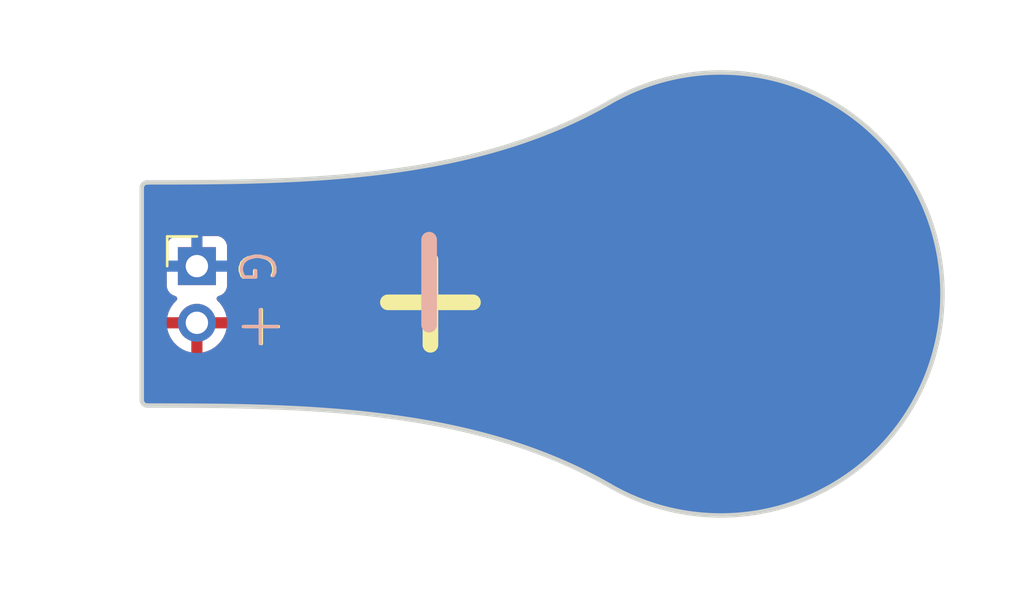
<source format=kicad_pcb>
(kicad_pcb (version 20221018) (generator pcbnew)
  (layers (0 "F.Cu" signal) (31 "B.Cu" signal) (34 "B.Paste" user) (35 "F.Paste" user) (36 "B.SilkS" user "B.Silkscreen") (37 "F.SilkS" user "F.Silkscreen") (38 "B.Mask" user) (39 "F.Mask" user) (44 "Edge.Cuts" user))
  (net 0 "")
  (net 1 "VCC")
  (net 2 "GND")
  (footprint "CR2032_Adapter:Header_1x02_P2.54mm" (layer "F.Cu") (at 76.55 98.775)
    (fp_text reference "REF**" hide)
    (fp_text value "Header_1x02_P2.54mm")
    (fp_line (start -1.33 -1.33) (end 0 -1.33) (stroke (width 0.12)) (layer "F.SilkS"))
    (fp_line (start -1.33 0) (end -1.33 -1.33) (stroke (width 0.12)) (layer "F.SilkS"))
    (pad "1" thru_hole rect (at 0 0) (size 1.7 1.7) (drill 1) (layers "*.Cu" "*.Mask") (net 2 "GND"))
    (pad "2" thru_hole oval (at 0 2.54) (size 1.7 1.7) (drill 1) (layers "*.Cu" "*.Mask") (net 1 "VCC"))
  )
  (footprint "CR2032_Adapter:Pad_D19.5mm" (layer "F.Cu") (at 100 100)
    (fp_text reference "REF**" hide)
    (fp_text value "Pad_D19.5mm")
    (pad "1" smd circle (at 0 0) (size 19.5 19.5) (layers "F.Cu" "F.Mask") (net 1 "VCC"))
  )
  (footprint "CR2032_Adapter:Pad_D16.0mm" (layer "B.Cu") (at 100 100 180)
    (fp_text reference "REF**" hide)
    (fp_text value "Pad_D9.5mm")
    (pad "1" smd circle (at 0 0 180) (size 16 16) (layers "B.Cu" "B.Mask") (net 2 "GND"))
  )
  (gr_line (start 74.081 95.272989) (end 74.081 104.773011) (stroke (width 0.2)) (layer "Edge.Cuts"))
  (gr_curve (pts (xy 95.0435 108.618302) (xy 88.911217 105.077827) (xy 81.336102 105.023792) (xy 74.330972 105.023011)) (stroke (width 0.2)) (layer "Edge.Cuts"))
  (gr_arc (start 95.0435 91.427698) (mid 109.931 100.023) (end 95.0435 108.618302) (stroke (width 0.2)) (layer "Edge.Cuts"))
  (gr_arc (start 74.330972 105.023011) (mid 74.154213 104.949778) (end 74.081 104.773011) (stroke (width 0.2)) (layer "Edge.Cuts"))
  (gr_curve (pts (xy 95.0435 91.427698) (xy 88.911217 94.968173) (xy 81.336102 95.022208) (xy 74.330972 95.022989)) (stroke (width 0.2)) (layer "Edge.Cuts"))
  (gr_arc (start 74.081 95.272989) (mid 74.154213 95.096222) (end 74.330972 95.022989) (stroke (width 0.2)) (layer "Edge.Cuts"))
  (gr_text "-" (at 89.5 103.05 90) (layer "B.SilkS") (effects (font (size 5 5) (thickness 0.7)) (justify left bottom)))
  (gr_text "G" (at 78.35 97.95 -90) (layer "B.SilkS") (effects (font (size 1.5 1.5)) (justify left bottom)))
  (gr_text "+" (at 78.05 102.5) (layer "B.SilkS") (effects (font (size 2 2)) (justify left bottom)))
  (gr_text "+" (at 83.45 102.95) (layer "F.SilkS") (effects (font (size 5 5) (thickness 0.7)) (justify left bottom)))
  (gr_text "G" (at 78.3 97.95 -90) (layer "F.SilkS") (effects (font (size 1.5 1.5)) (justify left bottom)))
  (gr_text "+" (at 78.1 102.5) (layer "F.SilkS") (effects (font (size 2 2)) (justify left bottom)))
  (zone (net 1) (net_name "VCC") (layer "F.Cu") (connect_pads (clearance 0.5)) (min_thickness 0.25) (fill yes (thermal_gap 0.5) (thermal_bridge_width 0.5) (island_removal_mode 1) (island_area_min 10))
    (polygon (pts (xy 69.9 86.85) (xy 113.45 86.85) (xy 113.45 113.55) (xy 69.9 113.55)))
  )
  (zone (net 2) (net_name "GND") (layer "B.Cu") (connect_pads (clearance 0.5)) (min_thickness 0.25) (fill yes (thermal_gap 0.5) (thermal_bridge_width 0.5) (island_removal_mode 1) (island_area_min 10))
    (polygon (pts (xy 113.6 86.9) (xy 70.05 86.9) (xy 70.05 113.6) (xy 113.6 113.6)))
  )
)
</source>
